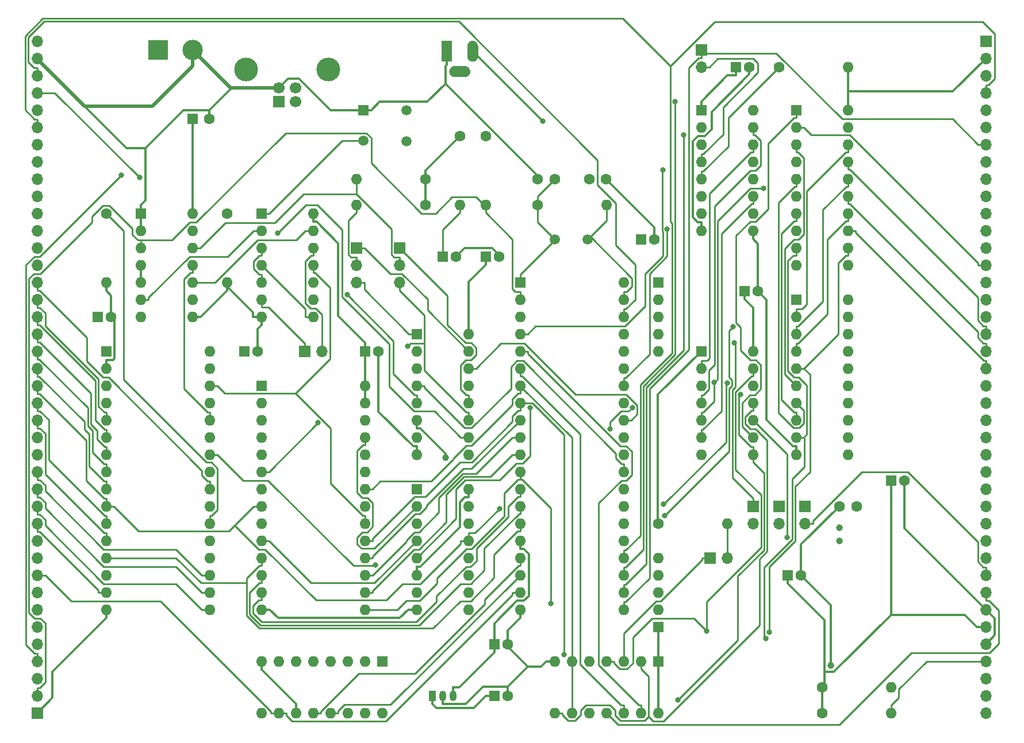
<source format=gbr>
G04 #@! TF.GenerationSoftware,KiCad,Pcbnew,(5.1.5-0-10_14)*
G04 #@! TF.CreationDate,2021-03-05T21:15:02+01:00*
G04 #@! TF.ProjectId,RCA2020-Mk1,52434132-3032-4302-9d4d-6b312e6b6963,4*
G04 #@! TF.SameCoordinates,Original*
G04 #@! TF.FileFunction,Copper,L2,Bot*
G04 #@! TF.FilePolarity,Positive*
%FSLAX46Y46*%
G04 Gerber Fmt 4.6, Leading zero omitted, Abs format (unit mm)*
G04 Created by KiCad (PCBNEW (5.1.5-0-10_14)) date 2021-03-05 21:15:02*
%MOMM*%
%LPD*%
G04 APERTURE LIST*
%ADD10O,1.600000X1.600000*%
%ADD11R,1.600000X1.600000*%
%ADD12R,1.498600X1.498600*%
%ADD13C,1.498600*%
%ADD14O,1.050000X1.500000*%
%ADD15R,1.050000X1.500000*%
%ADD16C,0.100000*%
%ADD17R,1.600000X3.100000*%
%ADD18C,1.600000*%
%ADD19C,3.000000*%
%ADD20R,3.000000X3.000000*%
%ADD21C,3.500000*%
%ADD22C,1.700000*%
%ADD23R,1.700000X1.700000*%
%ADD24O,1.700000X1.700000*%
%ADD25C,1.500000*%
%ADD26C,1.000000*%
%ADD27C,0.800000*%
%ADD28C,0.300000*%
%ADD29C,0.500000*%
%ADD30C,0.250000*%
G04 APERTURE END LIST*
D10*
X171450000Y-45720000D03*
X163830000Y-63500000D03*
X171450000Y-48260000D03*
X163830000Y-60960000D03*
X171450000Y-50800000D03*
X163830000Y-58420000D03*
X171450000Y-53340000D03*
X163830000Y-55880000D03*
X171450000Y-55880000D03*
X163830000Y-53340000D03*
X171450000Y-58420000D03*
X163830000Y-50800000D03*
X171450000Y-60960000D03*
X163830000Y-48260000D03*
X171450000Y-63500000D03*
D11*
X163830000Y-45720000D03*
D12*
X114046000Y-45720000D03*
D13*
X114046000Y-50220001D03*
X120396000Y-50292000D03*
X120396000Y-45720000D03*
D14*
X125730000Y-132080000D03*
X127254000Y-132080000D03*
D15*
X124206000Y-132080000D03*
G04 #@! TA.AperFunction,ViaPad*
D16*
G36*
X129098414Y-39243851D02*
G01*
X129176072Y-39255371D01*
X129252228Y-39274447D01*
X129326147Y-39300895D01*
X129397117Y-39334462D01*
X129464456Y-39374823D01*
X129527515Y-39421591D01*
X129585685Y-39474314D01*
X129638408Y-39532484D01*
X129685176Y-39595543D01*
X129725537Y-39662882D01*
X129759104Y-39733852D01*
X129785552Y-39807771D01*
X129804628Y-39883927D01*
X129816148Y-39961585D01*
X129820000Y-40039999D01*
X129820000Y-40040001D01*
X129816148Y-40118415D01*
X129804628Y-40196073D01*
X129785552Y-40272229D01*
X129759104Y-40346148D01*
X129725537Y-40417118D01*
X129685176Y-40484457D01*
X129638408Y-40547516D01*
X129585685Y-40605686D01*
X129527515Y-40658409D01*
X129464456Y-40705177D01*
X129397117Y-40745538D01*
X129326147Y-40779105D01*
X129252228Y-40805553D01*
X129176072Y-40824629D01*
X129098414Y-40836149D01*
X129020000Y-40840001D01*
X127520000Y-40840001D01*
X127441586Y-40836149D01*
X127363928Y-40824629D01*
X127287772Y-40805553D01*
X127213853Y-40779105D01*
X127142883Y-40745538D01*
X127075544Y-40705177D01*
X127012485Y-40658409D01*
X126954315Y-40605686D01*
X126901592Y-40547516D01*
X126854824Y-40484457D01*
X126814463Y-40417118D01*
X126780896Y-40346148D01*
X126754448Y-40272229D01*
X126735372Y-40196073D01*
X126723852Y-40118415D01*
X126720000Y-40040001D01*
X126720000Y-40039999D01*
X126723852Y-39961585D01*
X126735372Y-39883927D01*
X126754448Y-39807771D01*
X126780896Y-39733852D01*
X126814463Y-39662882D01*
X126854824Y-39595543D01*
X126901592Y-39532484D01*
X126954315Y-39474314D01*
X127012485Y-39421591D01*
X127075544Y-39374823D01*
X127142883Y-39334462D01*
X127213853Y-39300895D01*
X127287772Y-39274447D01*
X127363928Y-39255371D01*
X127441586Y-39243851D01*
X127520000Y-39239999D01*
X129020000Y-39239999D01*
X129098414Y-39243851D01*
G37*
G04 #@! TD.AperFunction*
G04 #@! TA.AperFunction,ViaPad*
G36*
X130248415Y-35493852D02*
G01*
X130326073Y-35505372D01*
X130402229Y-35524448D01*
X130476148Y-35550896D01*
X130547118Y-35584463D01*
X130614457Y-35624824D01*
X130677516Y-35671592D01*
X130735686Y-35724315D01*
X130788409Y-35782485D01*
X130835177Y-35845544D01*
X130875538Y-35912883D01*
X130909105Y-35983853D01*
X130935553Y-36057772D01*
X130954629Y-36133928D01*
X130966149Y-36211586D01*
X130970001Y-36290000D01*
X130970001Y-37790000D01*
X130966149Y-37868414D01*
X130954629Y-37946072D01*
X130935553Y-38022228D01*
X130909105Y-38096147D01*
X130875538Y-38167117D01*
X130835177Y-38234456D01*
X130788409Y-38297515D01*
X130735686Y-38355685D01*
X130677516Y-38408408D01*
X130614457Y-38455176D01*
X130547118Y-38495537D01*
X130476148Y-38529104D01*
X130402229Y-38555552D01*
X130326073Y-38574628D01*
X130248415Y-38586148D01*
X130170001Y-38590000D01*
X130169999Y-38590000D01*
X130091585Y-38586148D01*
X130013927Y-38574628D01*
X129937771Y-38555552D01*
X129863852Y-38529104D01*
X129792882Y-38495537D01*
X129725543Y-38455176D01*
X129662484Y-38408408D01*
X129604314Y-38355685D01*
X129551591Y-38297515D01*
X129504823Y-38234456D01*
X129464462Y-38167117D01*
X129430895Y-38096147D01*
X129404447Y-38022228D01*
X129385371Y-37946072D01*
X129373851Y-37868414D01*
X129369999Y-37790000D01*
X129369999Y-36290000D01*
X129373851Y-36211586D01*
X129385371Y-36133928D01*
X129404447Y-36057772D01*
X129430895Y-35983853D01*
X129464462Y-35912883D01*
X129504823Y-35845544D01*
X129551591Y-35782485D01*
X129604314Y-35724315D01*
X129662484Y-35671592D01*
X129725543Y-35624824D01*
X129792882Y-35584463D01*
X129863852Y-35550896D01*
X129937771Y-35524448D01*
X130013927Y-35505372D01*
X130091585Y-35493852D01*
X130169999Y-35490000D01*
X130170001Y-35490000D01*
X130248415Y-35493852D01*
G37*
G04 #@! TD.AperFunction*
D17*
X126370000Y-37040000D03*
D10*
X88900000Y-60960000D03*
X81280000Y-76200000D03*
X88900000Y-63500000D03*
X81280000Y-73660000D03*
X88900000Y-66040000D03*
X81280000Y-71120000D03*
X88900000Y-68580000D03*
X81280000Y-68580000D03*
X88900000Y-71120000D03*
X81280000Y-66040000D03*
X88900000Y-73660000D03*
X81280000Y-63500000D03*
X88900000Y-76200000D03*
D11*
X81280000Y-60960000D03*
D10*
X93980000Y-71120000D03*
D18*
X93980000Y-60960000D03*
D19*
X88900000Y-36830000D03*
D20*
X83820000Y-36830000D03*
D21*
X108870000Y-39740000D03*
X96830000Y-39740000D03*
D22*
X101600000Y-42450000D03*
X104100000Y-42450000D03*
X104100000Y-44450000D03*
D23*
X101600000Y-44450000D03*
D11*
X88900000Y-46990000D03*
D18*
X91400000Y-46990000D03*
X142240000Y-55880000D03*
X139740000Y-55880000D03*
X149820000Y-55880000D03*
X147320000Y-55880000D03*
D11*
X125730000Y-67310000D03*
D18*
X127730000Y-67310000D03*
X170910000Y-39370000D03*
D11*
X168910000Y-39370000D03*
X114300000Y-81280000D03*
D18*
X116300000Y-81280000D03*
X156940000Y-64770000D03*
D11*
X154940000Y-64770000D03*
D18*
X135350000Y-132080000D03*
D11*
X133350000Y-132080000D03*
D18*
X178530000Y-114300000D03*
D11*
X176530000Y-114300000D03*
D18*
X186690000Y-104140000D03*
X184190000Y-104140000D03*
X135350000Y-124460000D03*
D11*
X133350000Y-124460000D03*
X132080000Y-67310000D03*
D18*
X134080000Y-67310000D03*
X172180000Y-72390000D03*
D11*
X170180000Y-72390000D03*
X96520000Y-81280000D03*
D18*
X98520000Y-81280000D03*
D11*
X74930000Y-76200000D03*
D18*
X76930000Y-76200000D03*
X193770000Y-100330000D03*
D11*
X191770000Y-100330000D03*
D24*
X66040000Y-35560000D03*
X66040000Y-38100000D03*
X66040000Y-40640000D03*
X66040000Y-43180000D03*
X66040000Y-45720000D03*
X66040000Y-48260000D03*
X66040000Y-50800000D03*
X66040000Y-53340000D03*
X66040000Y-55880000D03*
X66040000Y-58420000D03*
X66040000Y-60960000D03*
X66040000Y-63500000D03*
X66040000Y-66040000D03*
X66040000Y-68580000D03*
X66040000Y-71120000D03*
X66040000Y-73660000D03*
X66040000Y-76200000D03*
X66040000Y-78740000D03*
X66040000Y-81280000D03*
X66040000Y-83820000D03*
X66040000Y-86360000D03*
X66040000Y-88900000D03*
X66040000Y-91440000D03*
X66040000Y-93980000D03*
X66040000Y-96520000D03*
X66040000Y-99060000D03*
X66040000Y-101600000D03*
X66040000Y-104140000D03*
X66040000Y-106680000D03*
X66040000Y-109220000D03*
X66040000Y-111760000D03*
X66040000Y-114300000D03*
X66040000Y-116840000D03*
X66040000Y-119380000D03*
X66040000Y-121920000D03*
X66040000Y-124460000D03*
X66040000Y-127000000D03*
X66040000Y-129540000D03*
X66040000Y-132080000D03*
D23*
X66040000Y-134620000D03*
X205740000Y-35560000D03*
D24*
X205740000Y-38100000D03*
X205740000Y-40640000D03*
X205740000Y-43180000D03*
X205740000Y-45720000D03*
X205740000Y-48260000D03*
X205740000Y-50800000D03*
X205740000Y-53340000D03*
X205740000Y-55880000D03*
X205740000Y-58420000D03*
X205740000Y-60960000D03*
X205740000Y-63500000D03*
X205740000Y-66040000D03*
X205740000Y-68580000D03*
X205740000Y-71120000D03*
X205740000Y-73660000D03*
X205740000Y-76200000D03*
X205740000Y-78740000D03*
X205740000Y-81280000D03*
X205740000Y-83820000D03*
X205740000Y-86360000D03*
X205740000Y-88900000D03*
X205740000Y-91440000D03*
X205740000Y-93980000D03*
X205740000Y-96520000D03*
X205740000Y-99060000D03*
X205740000Y-101600000D03*
X205740000Y-104140000D03*
X205740000Y-106680000D03*
X205740000Y-109220000D03*
X205740000Y-111760000D03*
X205740000Y-114300000D03*
X205740000Y-116840000D03*
X205740000Y-119380000D03*
X205740000Y-121920000D03*
X205740000Y-124460000D03*
X205740000Y-127000000D03*
X205740000Y-129540000D03*
X205740000Y-132080000D03*
X205740000Y-134620000D03*
X107950000Y-81280000D03*
D23*
X105410000Y-81280000D03*
X113030000Y-66040000D03*
D24*
X113030000Y-68580000D03*
X113030000Y-71120000D03*
X119380000Y-71120000D03*
X119380000Y-68580000D03*
D23*
X119380000Y-66040000D03*
X163830000Y-36830000D03*
D24*
X163830000Y-39370000D03*
X167640000Y-111760000D03*
D23*
X165100000Y-111760000D03*
D24*
X179070000Y-106680000D03*
D23*
X179070000Y-104140000D03*
D24*
X175260000Y-106680000D03*
D23*
X175260000Y-104140000D03*
X171450000Y-104140000D03*
D24*
X171450000Y-106680000D03*
D18*
X128270000Y-49530000D03*
D10*
X128270000Y-59690000D03*
X149860000Y-59690000D03*
D18*
X139700000Y-59690000D03*
D10*
X132080000Y-59690000D03*
D18*
X132080000Y-49530000D03*
D10*
X76200000Y-71120000D03*
D18*
X76200000Y-60960000D03*
X123190000Y-55880000D03*
D10*
X113030000Y-55880000D03*
X113030000Y-59690000D03*
D18*
X123190000Y-59690000D03*
X175260000Y-39370000D03*
D10*
X185420000Y-39370000D03*
D18*
X157480000Y-106680000D03*
D10*
X167640000Y-106680000D03*
D18*
X181610000Y-134620000D03*
D10*
X191770000Y-134620000D03*
X191770000Y-130810000D03*
D18*
X181610000Y-130810000D03*
D10*
X157480000Y-81280000D03*
X157480000Y-78740000D03*
X157480000Y-76200000D03*
X157480000Y-73660000D03*
D11*
X157480000Y-71120000D03*
X157480000Y-121920000D03*
D10*
X157480000Y-119380000D03*
X157480000Y-116840000D03*
X157480000Y-114300000D03*
X157480000Y-111760000D03*
D11*
X137160000Y-71120000D03*
D10*
X152400000Y-119380000D03*
X137160000Y-73660000D03*
X152400000Y-116840000D03*
X137160000Y-76200000D03*
X152400000Y-114300000D03*
X137160000Y-78740000D03*
X152400000Y-111760000D03*
X137160000Y-81280000D03*
X152400000Y-109220000D03*
X137160000Y-83820000D03*
X152400000Y-106680000D03*
X137160000Y-86360000D03*
X152400000Y-104140000D03*
X137160000Y-88900000D03*
X152400000Y-101600000D03*
X137160000Y-91440000D03*
X152400000Y-99060000D03*
X137160000Y-93980000D03*
X152400000Y-96520000D03*
X137160000Y-96520000D03*
X152400000Y-93980000D03*
X137160000Y-99060000D03*
X152400000Y-91440000D03*
X137160000Y-101600000D03*
X152400000Y-88900000D03*
X137160000Y-104140000D03*
X152400000Y-86360000D03*
X137160000Y-106680000D03*
X152400000Y-83820000D03*
X137160000Y-109220000D03*
X152400000Y-81280000D03*
X137160000Y-111760000D03*
X152400000Y-78740000D03*
X137160000Y-114300000D03*
X152400000Y-76200000D03*
X137160000Y-116840000D03*
X152400000Y-73660000D03*
X137160000Y-119380000D03*
X152400000Y-71120000D03*
X106680000Y-60960000D03*
X99060000Y-76200000D03*
X106680000Y-63500000D03*
X99060000Y-73660000D03*
X106680000Y-66040000D03*
X99060000Y-71120000D03*
X106680000Y-68580000D03*
X99060000Y-68580000D03*
X106680000Y-71120000D03*
X99060000Y-66040000D03*
X106680000Y-73660000D03*
X99060000Y-63500000D03*
X106680000Y-76200000D03*
D11*
X99060000Y-60960000D03*
X76200000Y-81280000D03*
D10*
X91440000Y-119380000D03*
X76200000Y-83820000D03*
X91440000Y-116840000D03*
X76200000Y-86360000D03*
X91440000Y-114300000D03*
X76200000Y-88900000D03*
X91440000Y-111760000D03*
X76200000Y-91440000D03*
X91440000Y-109220000D03*
X76200000Y-93980000D03*
X91440000Y-106680000D03*
X76200000Y-96520000D03*
X91440000Y-104140000D03*
X76200000Y-99060000D03*
X91440000Y-101600000D03*
X76200000Y-101600000D03*
X91440000Y-99060000D03*
X76200000Y-104140000D03*
X91440000Y-96520000D03*
X76200000Y-106680000D03*
X91440000Y-93980000D03*
X76200000Y-109220000D03*
X91440000Y-91440000D03*
X76200000Y-111760000D03*
X91440000Y-88900000D03*
X76200000Y-114300000D03*
X91440000Y-86360000D03*
X76200000Y-116840000D03*
X91440000Y-83820000D03*
X76200000Y-119380000D03*
X91440000Y-81280000D03*
D11*
X99060000Y-86360000D03*
D10*
X114300000Y-119380000D03*
X99060000Y-88900000D03*
X114300000Y-116840000D03*
X99060000Y-91440000D03*
X114300000Y-114300000D03*
X99060000Y-93980000D03*
X114300000Y-111760000D03*
X99060000Y-96520000D03*
X114300000Y-109220000D03*
X99060000Y-99060000D03*
X114300000Y-106680000D03*
X99060000Y-101600000D03*
X114300000Y-104140000D03*
X99060000Y-104140000D03*
X114300000Y-101600000D03*
X99060000Y-106680000D03*
X114300000Y-99060000D03*
X99060000Y-109220000D03*
X114300000Y-96520000D03*
X99060000Y-111760000D03*
X114300000Y-93980000D03*
X99060000Y-114300000D03*
X114300000Y-91440000D03*
X99060000Y-116840000D03*
X114300000Y-88900000D03*
X99060000Y-119380000D03*
X114300000Y-86360000D03*
X129540000Y-78740000D03*
X121920000Y-96520000D03*
X129540000Y-81280000D03*
X121920000Y-93980000D03*
X129540000Y-83820000D03*
X121920000Y-91440000D03*
X129540000Y-86360000D03*
X121920000Y-88900000D03*
X129540000Y-88900000D03*
X121920000Y-86360000D03*
X129540000Y-91440000D03*
X121920000Y-83820000D03*
X129540000Y-93980000D03*
X121920000Y-81280000D03*
X129540000Y-96520000D03*
D11*
X121920000Y-78740000D03*
X121920000Y-101600000D03*
D10*
X129540000Y-119380000D03*
X121920000Y-104140000D03*
X129540000Y-116840000D03*
X121920000Y-106680000D03*
X129540000Y-114300000D03*
X121920000Y-109220000D03*
X129540000Y-111760000D03*
X121920000Y-111760000D03*
X129540000Y-109220000D03*
X121920000Y-114300000D03*
X129540000Y-106680000D03*
X121920000Y-116840000D03*
X129540000Y-104140000D03*
X121920000Y-119380000D03*
X129540000Y-101600000D03*
X116840000Y-134620000D03*
X99060000Y-127000000D03*
X114300000Y-134620000D03*
X101600000Y-127000000D03*
X111760000Y-134620000D03*
X104140000Y-127000000D03*
X109220000Y-134620000D03*
X106680000Y-127000000D03*
X106680000Y-134620000D03*
X109220000Y-127000000D03*
X104140000Y-134620000D03*
X111760000Y-127000000D03*
X101600000Y-134620000D03*
X114300000Y-127000000D03*
X99060000Y-134620000D03*
D11*
X116840000Y-127000000D03*
X163830000Y-81280000D03*
D10*
X171450000Y-96520000D03*
X163830000Y-83820000D03*
X171450000Y-93980000D03*
X163830000Y-86360000D03*
X171450000Y-91440000D03*
X163830000Y-88900000D03*
X171450000Y-88900000D03*
X163830000Y-91440000D03*
X171450000Y-86360000D03*
X163830000Y-93980000D03*
X171450000Y-83820000D03*
X163830000Y-96520000D03*
X171450000Y-81280000D03*
X185420000Y-45720000D03*
X177800000Y-68580000D03*
X185420000Y-48260000D03*
X177800000Y-66040000D03*
X185420000Y-50800000D03*
X177800000Y-63500000D03*
X185420000Y-53340000D03*
X177800000Y-60960000D03*
X185420000Y-55880000D03*
X177800000Y-58420000D03*
X185420000Y-58420000D03*
X177800000Y-55880000D03*
X185420000Y-60960000D03*
X177800000Y-53340000D03*
X185420000Y-63500000D03*
X177800000Y-50800000D03*
X185420000Y-66040000D03*
X177800000Y-48260000D03*
X185420000Y-68580000D03*
D11*
X177800000Y-45720000D03*
X177800000Y-73660000D03*
D10*
X185420000Y-96520000D03*
X177800000Y-76200000D03*
X185420000Y-93980000D03*
X177800000Y-78740000D03*
X185420000Y-91440000D03*
X177800000Y-81280000D03*
X185420000Y-88900000D03*
X177800000Y-83820000D03*
X185420000Y-86360000D03*
X177800000Y-86360000D03*
X185420000Y-83820000D03*
X177800000Y-88900000D03*
X185420000Y-81280000D03*
X177800000Y-91440000D03*
X185420000Y-78740000D03*
X177800000Y-93980000D03*
X185420000Y-76200000D03*
X177800000Y-96520000D03*
X185420000Y-73660000D03*
X157480000Y-134620000D03*
X142240000Y-127000000D03*
X154940000Y-134620000D03*
X144780000Y-127000000D03*
X152400000Y-134620000D03*
X147320000Y-127000000D03*
X149860000Y-134620000D03*
X149860000Y-127000000D03*
X147320000Y-134620000D03*
X152400000Y-127000000D03*
X144780000Y-134620000D03*
X154940000Y-127000000D03*
X142240000Y-134620000D03*
D11*
X157480000Y-127000000D03*
D25*
X142240000Y-64770000D03*
X147120000Y-64770000D03*
D26*
X184150000Y-109220000D03*
X184150000Y-107320000D03*
X126203900Y-97013600D03*
X182925700Y-127635000D03*
D27*
X78398800Y-55354500D03*
X81102000Y-55638600D03*
X168669500Y-80054700D03*
X158815000Y-63259300D03*
X138600000Y-89639100D03*
X111710500Y-72946800D03*
X172967600Y-57244700D03*
X165760800Y-85884300D03*
X107408600Y-91837700D03*
X134102300Y-104496500D03*
X159992900Y-44468000D03*
X161227200Y-49433400D03*
X158474300Y-105508300D03*
X168493400Y-77681000D03*
X158264000Y-103875400D03*
X167645300Y-86010200D03*
X141686700Y-118499200D03*
X173850200Y-122691500D03*
X153685200Y-89607300D03*
X150430200Y-92742100D03*
X143658400Y-126055900D03*
X173340400Y-123651100D03*
X158186400Y-54569900D03*
X120615100Y-80540300D03*
X140502000Y-47372000D03*
X115816400Y-112835400D03*
X101462600Y-63862200D03*
X169609400Y-87677100D03*
X160406700Y-132715100D03*
X176443300Y-108738200D03*
X164654300Y-122555000D03*
D28*
X121920000Y-92690300D02*
X122477400Y-92690300D01*
X122477400Y-92690300D02*
X126203900Y-96416800D01*
X126203900Y-96416800D02*
X126203900Y-97013600D01*
X121920000Y-114300000D02*
X121920000Y-113049700D01*
X129540000Y-101600000D02*
X129540000Y-102850300D01*
X129540000Y-102850300D02*
X128992900Y-102850300D01*
X128992900Y-102850300D02*
X128289700Y-103553500D01*
X128289700Y-103553500D02*
X128289700Y-107198100D01*
X128289700Y-107198100D02*
X122438100Y-113049700D01*
X122438100Y-113049700D02*
X121920000Y-113049700D01*
X163830000Y-81280000D02*
X157409600Y-87700400D01*
X157409600Y-87700400D02*
X157409600Y-106609600D01*
X157409600Y-106609600D02*
X157480000Y-106680000D01*
X121920000Y-91440000D02*
X121920000Y-92690300D01*
X137160000Y-109220000D02*
X137160000Y-110470300D01*
X137160000Y-110470300D02*
X137707000Y-110470300D01*
X137707000Y-110470300D02*
X138432800Y-111196100D01*
X138432800Y-111196100D02*
X138432800Y-117340600D01*
X138432800Y-117340600D02*
X137683000Y-118090400D01*
X137683000Y-118090400D02*
X136681200Y-118090400D01*
X136681200Y-118090400D02*
X133350000Y-121421600D01*
X133350000Y-121421600D02*
X133350000Y-124460000D01*
X170180000Y-72390000D02*
X170180000Y-73640300D01*
X171450000Y-81280000D02*
X171450000Y-74910300D01*
X171450000Y-74910300D02*
X170180000Y-73640300D01*
X157480000Y-127000000D02*
X157480000Y-134620000D01*
X157480000Y-121920000D02*
X157480000Y-127000000D01*
X106680000Y-62210300D02*
X107198100Y-62210300D01*
X107198100Y-62210300D02*
X110355900Y-65368100D01*
X110355900Y-65368100D02*
X110355900Y-76085600D01*
X110355900Y-76085600D02*
X114300000Y-80029700D01*
X132080000Y-67310000D02*
X132080000Y-68560300D01*
X132080000Y-68560300D02*
X129540000Y-71100300D01*
X129540000Y-71100300D02*
X129540000Y-78740000D01*
X168910000Y-39370000D02*
X168910000Y-40620300D01*
X163830000Y-45720000D02*
X163830000Y-44469700D01*
X163830000Y-44469700D02*
X167679400Y-40620300D01*
X167679400Y-40620300D02*
X168910000Y-40620300D01*
X114300000Y-81280000D02*
X114300000Y-80029700D01*
X114300000Y-86360000D02*
X114300000Y-81280000D01*
X106680000Y-60960000D02*
X106680000Y-62210300D01*
X123190000Y-59690000D02*
X123190000Y-55880000D01*
X114300000Y-86360000D02*
X114300000Y-88900000D01*
X88900000Y-46990000D02*
X88900000Y-60960000D01*
X123190000Y-55880000D02*
X123190000Y-54610000D01*
X123190000Y-54610000D02*
X128270000Y-49530000D01*
X127254000Y-132080000D02*
X127254000Y-130879700D01*
X133350000Y-124460000D02*
X133350000Y-125710300D01*
X133350000Y-125710300D02*
X128180600Y-130879700D01*
X128180600Y-130879700D02*
X127254000Y-130879700D01*
X205740000Y-119380000D02*
X193770000Y-107410000D01*
X193770000Y-107410000D02*
X193770000Y-100330000D01*
X135350000Y-130770800D02*
X135350000Y-132080000D01*
X138326300Y-127773400D02*
X135350000Y-130749700D01*
X135350000Y-130749700D02*
X135350000Y-130770800D01*
X135350000Y-130770800D02*
X131664100Y-130770800D01*
X131664100Y-130770800D02*
X129154600Y-133280300D01*
X129154600Y-133280300D02*
X125730000Y-133280300D01*
X125730000Y-132080000D02*
X125730000Y-133280300D01*
X135350000Y-124460000D02*
X135350000Y-124797100D01*
X135350000Y-124797100D02*
X138326300Y-127773400D01*
X138326300Y-127773400D02*
X140216300Y-127773400D01*
X140216300Y-127773400D02*
X140989700Y-127000000D01*
X81952300Y-51323200D02*
X79154800Y-51323200D01*
X66040000Y-38208400D02*
X66040000Y-38100000D01*
X81280000Y-59709700D02*
X81952300Y-59037400D01*
X81952300Y-59037400D02*
X81952300Y-51323200D01*
X91400000Y-45738700D02*
X87536800Y-45738700D01*
X87536800Y-45738700D02*
X81952300Y-51323200D01*
X178530000Y-114300000D02*
X182925700Y-118695700D01*
X182925700Y-118695700D02*
X182925700Y-127635000D01*
X178530000Y-114300000D02*
X178530000Y-109800000D01*
X178530000Y-109800000D02*
X184190000Y-104140000D01*
X137160000Y-120630300D02*
X135350000Y-122440300D01*
X135350000Y-122440300D02*
X135350000Y-124460000D01*
X142240000Y-127000000D02*
X140989700Y-127000000D01*
X99060000Y-119380000D02*
X100310300Y-119380000D01*
X121920000Y-119380000D02*
X120669700Y-119380000D01*
X120669700Y-119380000D02*
X119419300Y-120630400D01*
X119419300Y-120630400D02*
X101560700Y-120630400D01*
X101560700Y-120630400D02*
X100310300Y-119380000D01*
X171450000Y-63500000D02*
X171450000Y-64750300D01*
X171450000Y-64750300D02*
X172180000Y-65480300D01*
X172180000Y-65480300D02*
X172180000Y-72390000D01*
X172180000Y-72390000D02*
X173439900Y-73649900D01*
X173439900Y-73649900D02*
X173439900Y-91427700D01*
X173439900Y-91427700D02*
X177281900Y-95269700D01*
X177281900Y-95269700D02*
X177800000Y-95269700D01*
X99060000Y-77450300D02*
X98520000Y-77990300D01*
X98520000Y-77990300D02*
X98520000Y-81280000D01*
X114046000Y-45720000D02*
X115245600Y-45720000D01*
X126188400Y-41818000D02*
X126188400Y-39221900D01*
X126188400Y-39221900D02*
X126370000Y-39040300D01*
X139740000Y-55880000D02*
X139740000Y-55369600D01*
X139740000Y-55369600D02*
X126188400Y-41818000D01*
X115245600Y-45720000D02*
X116445200Y-44520400D01*
X116445200Y-44520400D02*
X123486000Y-44520400D01*
X123486000Y-44520400D02*
X126188400Y-41818000D01*
X101600000Y-42450000D02*
X102944600Y-41105400D01*
X102944600Y-41105400D02*
X104609800Y-41105400D01*
X104609800Y-41105400D02*
X109224400Y-45720000D01*
X109224400Y-45720000D02*
X114046000Y-45720000D01*
X126370000Y-37040000D02*
X126370000Y-39040300D01*
X99060000Y-127000000D02*
X99060000Y-128250300D01*
X99060000Y-128250300D02*
X104140000Y-133330300D01*
X104140000Y-133330300D02*
X104140000Y-134620000D01*
X99060000Y-76200000D02*
X97809700Y-76200000D01*
X93980000Y-71745100D02*
X97809700Y-75574800D01*
X97809700Y-75574800D02*
X97809700Y-76200000D01*
X93980000Y-71745100D02*
X93980000Y-72370300D01*
X93980000Y-71120000D02*
X93980000Y-71745100D01*
X88900000Y-76200000D02*
X90150300Y-76200000D01*
X90150300Y-76200000D02*
X93980000Y-72370300D01*
X99060000Y-76200000D02*
X99060000Y-77450300D01*
X134080000Y-67310000D02*
X134080000Y-67066400D01*
X134080000Y-67066400D02*
X133073200Y-66059600D01*
X133073200Y-66059600D02*
X128980400Y-66059600D01*
X128980400Y-66059600D02*
X127730000Y-67310000D01*
X91400000Y-45738700D02*
X91400000Y-46990000D01*
X94600000Y-42530000D02*
X91400000Y-45730000D01*
X91400000Y-45730000D02*
X91400000Y-45738700D01*
X81280000Y-60960000D02*
X81280000Y-59709700D01*
X156940000Y-64770000D02*
X156940000Y-63000000D01*
X156940000Y-63000000D02*
X149820000Y-55880000D01*
X81280000Y-60960000D02*
X81280000Y-63500000D01*
D29*
X101600000Y-42450000D02*
X94680000Y-42450000D01*
D28*
X94680000Y-42450000D02*
X94600000Y-42530000D01*
D29*
X94600000Y-42530000D02*
X88900000Y-36830000D01*
D28*
X76200000Y-71120000D02*
X76200000Y-72370300D01*
X76200000Y-72370300D02*
X76930000Y-73100300D01*
X76930000Y-73100300D02*
X76930000Y-76200000D01*
X163830000Y-63500000D02*
X163830000Y-62249700D01*
X163830000Y-62249700D02*
X163283000Y-62249700D01*
X163283000Y-62249700D02*
X162574600Y-61541300D01*
X162574600Y-61541300D02*
X162574600Y-50283400D01*
X162574600Y-50283400D02*
X163328000Y-49530000D01*
X163328000Y-49530000D02*
X164348800Y-49530000D01*
X164348800Y-49530000D02*
X165360700Y-48518100D01*
X165360700Y-48518100D02*
X165360700Y-46007200D01*
X165360700Y-46007200D02*
X170910000Y-40457900D01*
X170910000Y-40457900D02*
X170910000Y-39370000D01*
X185420000Y-42998100D02*
X185420000Y-39370000D01*
X185420000Y-45720000D02*
X185420000Y-42998100D01*
X185420000Y-42998100D02*
X200872500Y-42998100D01*
X200872500Y-42998100D02*
X205740000Y-38130600D01*
X205740000Y-38130600D02*
X205740000Y-38100000D01*
X137160000Y-119380000D02*
X137160000Y-120630300D01*
X66040000Y-134620000D02*
X68264900Y-132395100D01*
X68264900Y-132395100D02*
X68264900Y-128565400D01*
X68264900Y-128565400D02*
X76200000Y-120630300D01*
X177800000Y-96520000D02*
X177800000Y-95269700D01*
X81280000Y-68580000D02*
X81280000Y-71120000D01*
X121920000Y-96520000D02*
X121920000Y-95269700D01*
X116300000Y-81280000D02*
X116300000Y-90167800D01*
X116300000Y-90167800D02*
X121401900Y-95269700D01*
X121401900Y-95269700D02*
X121920000Y-95269700D01*
X205740000Y-124460000D02*
X207043200Y-123156800D01*
X207043200Y-123156800D02*
X207043200Y-120683200D01*
X207043200Y-120683200D02*
X205740000Y-119380000D01*
X76200000Y-83820000D02*
X76200000Y-82569700D01*
X76200000Y-82569700D02*
X77215900Y-82569700D01*
X77215900Y-82569700D02*
X77450400Y-82335200D01*
X77450400Y-82335200D02*
X77450400Y-76720400D01*
X77450400Y-76720400D02*
X76930000Y-76200000D01*
X76200000Y-119380000D02*
X76200000Y-120630300D01*
D29*
X72970800Y-45139200D02*
X82985200Y-45139200D01*
D28*
X79154800Y-51323200D02*
X72970800Y-45139200D01*
D29*
X72970800Y-45139200D02*
X66040000Y-38208400D01*
X88900000Y-39224400D02*
X88900000Y-36830000D01*
X82985200Y-45139200D02*
X88900000Y-39224400D01*
D30*
X66040000Y-127000000D02*
X66040000Y-125824700D01*
X66040000Y-125824700D02*
X65672700Y-125824700D01*
X65672700Y-125824700D02*
X64389000Y-124541000D01*
X64389000Y-124541000D02*
X64389000Y-68548300D01*
X64389000Y-68548300D02*
X65627300Y-67310000D01*
X65627300Y-67310000D02*
X66443300Y-67310000D01*
X66443300Y-67310000D02*
X78398800Y-55354500D01*
X147487500Y-64402500D02*
X149860000Y-62030000D01*
X149860000Y-62030000D02*
X149860000Y-59690000D01*
X147120000Y-64770000D02*
X147487500Y-64402500D01*
X152400000Y-72534700D02*
X152822000Y-72534700D01*
X152822000Y-72534700D02*
X153632400Y-71724300D01*
X153632400Y-71724300D02*
X153632400Y-70547400D01*
X153632400Y-70547400D02*
X147487500Y-64402500D01*
X152400000Y-73660000D02*
X152400000Y-72534700D01*
X128270000Y-59690000D02*
X128270000Y-60815300D01*
X128270000Y-60815300D02*
X125730000Y-63355300D01*
X125730000Y-63355300D02*
X125730000Y-67310000D01*
X100185300Y-60960000D02*
X110925300Y-50220000D01*
X110925300Y-50220000D02*
X114046000Y-50220000D01*
X99060000Y-60960000D02*
X100185300Y-60960000D01*
D28*
X191770000Y-120150400D02*
X183335000Y-128585400D01*
X183335000Y-128585400D02*
X181942800Y-128585400D01*
X191770000Y-100330000D02*
X191770000Y-120150400D01*
X191770000Y-120150400D02*
X202670100Y-120150400D01*
X202670100Y-120150400D02*
X204439700Y-121920000D01*
X205740000Y-121920000D02*
X204439700Y-121920000D01*
X181942800Y-128585400D02*
X181942800Y-120963100D01*
X181942800Y-120963100D02*
X176530000Y-115550300D01*
X181610000Y-130810000D02*
X181942800Y-130477200D01*
X181942800Y-130477200D02*
X181942800Y-128585400D01*
X176530000Y-114300000D02*
X176530000Y-115550300D01*
X181610000Y-134620000D02*
X181610000Y-130810000D01*
X133350000Y-132080000D02*
X132099700Y-132080000D01*
X124206000Y-132080000D02*
X124206000Y-133280300D01*
X124206000Y-133280300D02*
X124811100Y-133885400D01*
X124811100Y-133885400D02*
X130294300Y-133885400D01*
X130294300Y-133885400D02*
X132099700Y-132080000D01*
D30*
X129540000Y-83820000D02*
X130665300Y-83820000D01*
X152400000Y-91440000D02*
X153525300Y-91440000D01*
X153525300Y-91440000D02*
X154410500Y-90554800D01*
X154410500Y-90554800D02*
X154410500Y-89301600D01*
X154410500Y-89301600D02*
X152735600Y-87626700D01*
X152735600Y-87626700D02*
X145279100Y-87626700D01*
X145279100Y-87626700D02*
X137806100Y-80153700D01*
X137806100Y-80153700D02*
X134331600Y-80153700D01*
X134331600Y-80153700D02*
X130665300Y-83820000D01*
X66040000Y-73660000D02*
X66040000Y-74835300D01*
X76200000Y-91440000D02*
X76200000Y-90314700D01*
X76200000Y-90314700D02*
X75938900Y-90314700D01*
X75938900Y-90314700D02*
X75074700Y-89450500D01*
X75074700Y-89450500D02*
X75074700Y-85405800D01*
X75074700Y-85405800D02*
X67215300Y-77546400D01*
X67215300Y-77546400D02*
X67215300Y-75643200D01*
X67215300Y-75643200D02*
X66407400Y-74835300D01*
X66407400Y-74835300D02*
X66040000Y-74835300D01*
X66040000Y-76200000D02*
X66040000Y-77375300D01*
X76200000Y-93980000D02*
X76200000Y-92854700D01*
X76200000Y-92854700D02*
X75981300Y-92854700D01*
X75981300Y-92854700D02*
X74624300Y-91497700D01*
X74624300Y-91497700D02*
X74624300Y-85627200D01*
X74624300Y-85627200D02*
X66372400Y-77375300D01*
X66372400Y-77375300D02*
X66040000Y-77375300D01*
X91440000Y-106680000D02*
X91440000Y-105554700D01*
X91440000Y-105554700D02*
X91721300Y-105554700D01*
X91721300Y-105554700D02*
X92584200Y-104691800D01*
X92584200Y-104691800D02*
X92584200Y-98577800D01*
X92584200Y-98577800D02*
X91693400Y-97687000D01*
X91693400Y-97687000D02*
X90967300Y-97687000D01*
X90967300Y-97687000D02*
X78740000Y-85459700D01*
X78740000Y-85459700D02*
X78740000Y-63500000D01*
X78740000Y-63500000D02*
X76200000Y-60960000D01*
X66040000Y-40640000D02*
X66040000Y-39464700D01*
X152400000Y-76200000D02*
X152400000Y-75074700D01*
X152400000Y-75074700D02*
X152681300Y-75074700D01*
X152681300Y-75074700D02*
X154082800Y-73673200D01*
X154082800Y-73673200D02*
X154082800Y-68521600D01*
X154082800Y-68521600D02*
X151233900Y-65672700D01*
X151233900Y-65672700D02*
X151233900Y-59437400D01*
X151233900Y-59437400D02*
X148577300Y-56780800D01*
X148577300Y-56780800D02*
X148577300Y-53091900D01*
X148577300Y-53091900D02*
X128138300Y-32652900D01*
X128138300Y-32652900D02*
X67057300Y-32652900D01*
X67057300Y-32652900D02*
X64732300Y-34977900D01*
X64732300Y-34977900D02*
X64732300Y-38597700D01*
X64732300Y-38597700D02*
X65599300Y-39464700D01*
X65599300Y-39464700D02*
X66040000Y-39464700D01*
X81102000Y-55638600D02*
X68643400Y-43180000D01*
X68643400Y-43180000D02*
X66040000Y-43180000D01*
X171450000Y-102964700D02*
X168411900Y-99926600D01*
X168411900Y-99926600D02*
X168411900Y-87007700D01*
X168411900Y-87007700D02*
X168820900Y-86598700D01*
X168820900Y-86598700D02*
X168820900Y-80206100D01*
X168820900Y-80206100D02*
X168669500Y-80054700D01*
X171450000Y-104140000D02*
X171450000Y-102964700D01*
X152400000Y-86360000D02*
X152400000Y-85234700D01*
X152400000Y-85234700D02*
X152681300Y-85234700D01*
X152681300Y-85234700D02*
X156212500Y-81703500D01*
X156212500Y-81703500D02*
X156212500Y-69894600D01*
X156212500Y-69894600D02*
X158815000Y-67292100D01*
X158815000Y-67292100D02*
X158815000Y-63259300D01*
X121920000Y-111760000D02*
X127695000Y-105985000D01*
X127695000Y-105985000D02*
X127695000Y-101654800D01*
X127695000Y-101654800D02*
X129098700Y-100251100D01*
X129098700Y-100251100D02*
X134168700Y-100251100D01*
X134168700Y-100251100D02*
X136629800Y-97790000D01*
X136629800Y-97790000D02*
X137561100Y-97790000D01*
X137561100Y-97790000D02*
X138600000Y-96751100D01*
X138600000Y-96751100D02*
X138600000Y-89639100D01*
X121920000Y-87774700D02*
X121638700Y-87774700D01*
X121638700Y-87774700D02*
X118517100Y-84653100D01*
X118517100Y-84653100D02*
X118517100Y-79753400D01*
X118517100Y-79753400D02*
X111710500Y-72946800D01*
X121920000Y-88900000D02*
X121920000Y-87774700D01*
X165760800Y-85884300D02*
X166222200Y-85422900D01*
X166222200Y-85422900D02*
X166222200Y-62054200D01*
X166222200Y-62054200D02*
X171031700Y-57244700D01*
X171031700Y-57244700D02*
X172967600Y-57244700D01*
X163830000Y-90314700D02*
X164111300Y-90314700D01*
X164111300Y-90314700D02*
X165760800Y-88665200D01*
X165760800Y-88665200D02*
X165760800Y-85884300D01*
X163830000Y-91440000D02*
X163830000Y-90314700D01*
X66040000Y-79915300D02*
X66407300Y-79915300D01*
X66407300Y-79915300D02*
X73949000Y-87457000D01*
X73949000Y-87457000D02*
X73949000Y-92106100D01*
X73949000Y-92106100D02*
X74849500Y-93006600D01*
X74849500Y-93006600D02*
X74849500Y-94266200D01*
X74849500Y-94266200D02*
X75978000Y-95394700D01*
X75978000Y-95394700D02*
X76200000Y-95394700D01*
X66040000Y-78740000D02*
X66040000Y-79915300D01*
X76200000Y-96520000D02*
X76200000Y-95394700D01*
X99060000Y-99060000D02*
X100185300Y-99060000D01*
X100185300Y-99060000D02*
X107407600Y-91837700D01*
X107407600Y-91837700D02*
X107408600Y-91837700D01*
X152400000Y-97934700D02*
X152118600Y-97934700D01*
X152118600Y-97934700D02*
X151274700Y-97090800D01*
X151274700Y-97090800D02*
X151274700Y-96343100D01*
X151274700Y-96343100D02*
X137585400Y-82653800D01*
X137585400Y-82653800D02*
X136706200Y-82653800D01*
X136706200Y-82653800D02*
X135793200Y-83566800D01*
X135793200Y-83566800D02*
X135793200Y-86802600D01*
X135793200Y-86802600D02*
X130030400Y-92565400D01*
X130030400Y-92565400D02*
X128969400Y-92565400D01*
X128969400Y-92565400D02*
X123045300Y-86641300D01*
X123045300Y-86641300D02*
X123045300Y-86360000D01*
X152400000Y-99060000D02*
X152400000Y-97934700D01*
X121920000Y-86360000D02*
X123045300Y-86360000D01*
X66040000Y-82455300D02*
X66338800Y-82455300D01*
X66338800Y-82455300D02*
X73498700Y-89615200D01*
X73498700Y-89615200D02*
X73498700Y-92292800D01*
X73498700Y-92292800D02*
X74174100Y-92968200D01*
X74174100Y-92968200D02*
X74174100Y-96190200D01*
X74174100Y-96190200D02*
X75918600Y-97934700D01*
X75918600Y-97934700D02*
X76200000Y-97934700D01*
X66040000Y-81280000D02*
X66040000Y-82455300D01*
X76200000Y-99060000D02*
X76200000Y-97934700D01*
X66040000Y-84995300D02*
X66363500Y-84995300D01*
X66363500Y-84995300D02*
X73048400Y-91680200D01*
X73048400Y-91680200D02*
X73048400Y-92789400D01*
X73048400Y-92789400D02*
X73723800Y-93464800D01*
X73723800Y-93464800D02*
X73723800Y-98268400D01*
X73723800Y-98268400D02*
X75930100Y-100474700D01*
X75930100Y-100474700D02*
X76200000Y-100474700D01*
X66040000Y-83820000D02*
X66040000Y-84995300D01*
X76200000Y-101600000D02*
X76200000Y-100474700D01*
X129540000Y-109220000D02*
X129540000Y-108094700D01*
X129540000Y-109220000D02*
X128414700Y-109220000D01*
X129540000Y-108094700D02*
X130504100Y-108094700D01*
X130504100Y-108094700D02*
X134102300Y-104496500D01*
X128414700Y-109220000D02*
X128414700Y-109642000D01*
X128414700Y-109642000D02*
X122416000Y-115640700D01*
X122416000Y-115640700D02*
X119862500Y-115640700D01*
X119862500Y-115640700D02*
X117500200Y-118003000D01*
X117500200Y-118003000D02*
X107103200Y-118003000D01*
X107103200Y-118003000D02*
X99590200Y-110490000D01*
X99590200Y-110490000D02*
X98659000Y-110490000D01*
X98659000Y-110490000D02*
X95121900Y-106952800D01*
X95121900Y-106952800D02*
X94260000Y-107814700D01*
X94260000Y-107814700D02*
X81000000Y-107814700D01*
X81000000Y-107814700D02*
X77325300Y-104140000D01*
X97934700Y-104140000D02*
X95121900Y-106952800D01*
X76200000Y-104140000D02*
X77325300Y-104140000D01*
X99060000Y-104140000D02*
X97934700Y-104140000D01*
X66040000Y-87535300D02*
X66407300Y-87535300D01*
X66407300Y-87535300D02*
X73273500Y-94401500D01*
X73273500Y-94401500D02*
X73273500Y-100360400D01*
X73273500Y-100360400D02*
X75927800Y-103014700D01*
X75927800Y-103014700D02*
X76200000Y-103014700D01*
X66040000Y-86360000D02*
X66040000Y-87535300D01*
X76200000Y-104140000D02*
X76200000Y-103014700D01*
X76200000Y-105554700D02*
X75995500Y-105554700D01*
X75995500Y-105554700D02*
X67738600Y-97297800D01*
X67738600Y-97297800D02*
X67738600Y-91406600D01*
X67738600Y-91406600D02*
X66407300Y-90075300D01*
X66407300Y-90075300D02*
X66040000Y-90075300D01*
X66040000Y-88900000D02*
X66040000Y-90075300D01*
X76200000Y-106680000D02*
X76200000Y-105554700D01*
X121920000Y-109220000D02*
X115703600Y-115436400D01*
X115703600Y-115436400D02*
X106401700Y-115436400D01*
X106401700Y-115436400D02*
X100185300Y-109220000D01*
X76200000Y-109220000D02*
X76200000Y-108094700D01*
X66040000Y-91440000D02*
X66040000Y-92615300D01*
X66040000Y-92615300D02*
X66407400Y-92615300D01*
X66407400Y-92615300D02*
X67215300Y-93423200D01*
X67215300Y-93423200D02*
X67215300Y-99391300D01*
X67215300Y-99391300D02*
X75918700Y-108094700D01*
X75918700Y-108094700D02*
X76200000Y-108094700D01*
X99060000Y-109220000D02*
X100185300Y-109220000D01*
X152400000Y-110634700D02*
X152681300Y-110634700D01*
X152681300Y-110634700D02*
X154860800Y-108455200D01*
X154860800Y-108455200D02*
X154860800Y-86263400D01*
X154860800Y-86263400D02*
X159540300Y-81583900D01*
X159540300Y-81583900D02*
X159540300Y-62473300D01*
X159540300Y-62473300D02*
X159249900Y-62182900D01*
X159249900Y-62182900D02*
X159249900Y-39202700D01*
X159249900Y-39202700D02*
X165764800Y-32687800D01*
X165764800Y-32687800D02*
X205226000Y-32687800D01*
X205226000Y-32687800D02*
X207019300Y-34481100D01*
X207019300Y-34481100D02*
X207019300Y-41092700D01*
X207019300Y-41092700D02*
X206107300Y-42004700D01*
X206107300Y-42004700D02*
X205740000Y-42004700D01*
X159249900Y-39202700D02*
X152249700Y-32202500D01*
X152249700Y-32202500D02*
X66870800Y-32202500D01*
X66870800Y-32202500D02*
X64281900Y-34791400D01*
X64281900Y-34791400D02*
X64281900Y-45693900D01*
X64281900Y-45693900D02*
X65672700Y-47084700D01*
X65672700Y-47084700D02*
X66040000Y-47084700D01*
X66040000Y-48260000D02*
X66040000Y-47084700D01*
X205740000Y-43180000D02*
X205740000Y-42004700D01*
X152400000Y-111760000D02*
X152400000Y-110634700D01*
X152400000Y-113174700D02*
X152681300Y-113174700D01*
X152681300Y-113174700D02*
X155311100Y-110544900D01*
X155311100Y-110544900D02*
X155311100Y-86450000D01*
X155311100Y-86450000D02*
X159992900Y-81768200D01*
X159992900Y-81768200D02*
X159992900Y-44468000D01*
X152400000Y-114300000D02*
X152400000Y-113174700D01*
X152400000Y-115714700D02*
X152681300Y-115714700D01*
X152681300Y-115714700D02*
X155761400Y-112634600D01*
X155761400Y-112634600D02*
X155761400Y-86636600D01*
X155761400Y-86636600D02*
X161227200Y-81170800D01*
X161227200Y-81170800D02*
X161227200Y-49433400D01*
X152400000Y-116840000D02*
X152400000Y-115714700D01*
X152400000Y-118254700D02*
X152681300Y-118254700D01*
X152681300Y-118254700D02*
X156211700Y-114724300D01*
X156211700Y-114724300D02*
X156211700Y-86823200D01*
X156211700Y-86823200D02*
X161987300Y-81047600D01*
X161987300Y-81047600D02*
X161987300Y-39480700D01*
X161987300Y-39480700D02*
X163462700Y-38005300D01*
X163462700Y-38005300D02*
X163830000Y-38005300D01*
X205740000Y-50800000D02*
X204564700Y-50800000D01*
X163830000Y-37374000D02*
X174907900Y-37374000D01*
X174907900Y-37374000D02*
X184594600Y-47060700D01*
X184594600Y-47060700D02*
X200825400Y-47060700D01*
X200825400Y-47060700D02*
X204564700Y-50800000D01*
X163830000Y-37374000D02*
X163830000Y-38005300D01*
X163830000Y-36830000D02*
X163830000Y-37374000D01*
X152400000Y-119380000D02*
X152400000Y-118254700D01*
X67215300Y-114300000D02*
X71050200Y-118134900D01*
X71050200Y-118134900D02*
X84172000Y-118134900D01*
X84172000Y-118134900D02*
X100474700Y-134437600D01*
X100474700Y-134437600D02*
X100474700Y-134620000D01*
X101600000Y-134620000D02*
X102725300Y-134620000D01*
X137160000Y-116840000D02*
X136034700Y-116840000D01*
X136034700Y-116840000D02*
X136034700Y-117191000D01*
X136034700Y-117191000D02*
X117378100Y-135847600D01*
X117378100Y-135847600D02*
X103596800Y-135847600D01*
X103596800Y-135847600D02*
X102725300Y-134976100D01*
X102725300Y-134976100D02*
X102725300Y-134620000D01*
X101600000Y-134620000D02*
X100474700Y-134620000D01*
X66040000Y-114300000D02*
X67215300Y-114300000D01*
X109220000Y-134620000D02*
X110345300Y-134620000D01*
X110345300Y-134620000D02*
X110345300Y-134338700D01*
X110345300Y-134338700D02*
X111289400Y-133394600D01*
X111289400Y-133394600D02*
X118065400Y-133394600D01*
X118065400Y-133394600D02*
X137160000Y-114300000D01*
X137160000Y-112885300D02*
X136949000Y-112885300D01*
X136949000Y-112885300D02*
X131977200Y-117857100D01*
X131977200Y-117857100D02*
X131977200Y-118539400D01*
X131977200Y-118539400D02*
X121669700Y-128846900D01*
X121669700Y-128846900D02*
X113379900Y-128846900D01*
X113379900Y-128846900D02*
X107805300Y-134421500D01*
X107805300Y-134421500D02*
X107805300Y-134620000D01*
X156065300Y-135153700D02*
X156762100Y-135850500D01*
X156762100Y-135850500D02*
X158297100Y-135850500D01*
X158297100Y-135850500D02*
X172419000Y-121728600D01*
X172419000Y-121728600D02*
X172419000Y-111923700D01*
X172419000Y-111923700D02*
X173525900Y-110816800D01*
X173525900Y-110816800D02*
X173525900Y-94444200D01*
X173525900Y-94444200D02*
X171791700Y-92710000D01*
X171791700Y-92710000D02*
X171061100Y-92710000D01*
X171061100Y-92710000D02*
X170308800Y-91957700D01*
X170308800Y-91957700D02*
X170308800Y-90965800D01*
X170308800Y-90965800D02*
X171249300Y-90025300D01*
X171249300Y-90025300D02*
X171450000Y-90025300D01*
X137160000Y-111760000D02*
X137160000Y-112885300D01*
X106680000Y-134620000D02*
X107805300Y-134620000D01*
X142240000Y-134620000D02*
X143365300Y-134620000D01*
X156065300Y-135153700D02*
X155447500Y-135771500D01*
X155447500Y-135771500D02*
X151905600Y-135771500D01*
X151905600Y-135771500D02*
X151130000Y-134995900D01*
X151130000Y-134995900D02*
X151130000Y-134224100D01*
X151130000Y-134224100D02*
X150368900Y-133463000D01*
X150368900Y-133463000D02*
X146808000Y-133463000D01*
X146808000Y-133463000D02*
X146050000Y-134221000D01*
X146050000Y-134221000D02*
X146050000Y-134947500D01*
X146050000Y-134947500D02*
X145252100Y-135745400D01*
X145252100Y-135745400D02*
X144209400Y-135745400D01*
X144209400Y-135745400D02*
X143365300Y-134901300D01*
X143365300Y-134901300D02*
X143365300Y-134620000D01*
X154940000Y-128125300D02*
X156065300Y-129250600D01*
X156065300Y-129250600D02*
X156065300Y-135153700D01*
X171450000Y-88900000D02*
X171450000Y-90025300D01*
X154940000Y-127000000D02*
X154940000Y-128125300D01*
X96896800Y-115469600D02*
X96896800Y-120296900D01*
X96896800Y-120296900D02*
X98762200Y-122162300D01*
X98762200Y-122162300D02*
X124362300Y-122162300D01*
X124362300Y-122162300D02*
X128414600Y-118110000D01*
X128414600Y-118110000D02*
X129885800Y-118110000D01*
X129885800Y-118110000D02*
X133319900Y-114675900D01*
X133319900Y-114675900D02*
X133319900Y-111253200D01*
X133319900Y-111253200D02*
X136767800Y-107805300D01*
X136767800Y-107805300D02*
X137160000Y-107805300D01*
X168493400Y-77681000D02*
X167932500Y-78241900D01*
X167932500Y-78241900D02*
X167932500Y-85129100D01*
X167932500Y-85129100D02*
X168370600Y-85567200D01*
X168370600Y-85567200D02*
X168370600Y-86412100D01*
X168370600Y-86412100D02*
X167932500Y-86850200D01*
X167932500Y-86850200D02*
X167932500Y-96050100D01*
X167932500Y-96050100D02*
X158474300Y-105508300D01*
X96896800Y-115469600D02*
X96896800Y-114767200D01*
X96896800Y-114767200D02*
X98778700Y-112885300D01*
X98778700Y-112885300D02*
X99060000Y-112885300D01*
X96896800Y-115469600D02*
X90197200Y-115469600D01*
X90197200Y-115469600D02*
X86487600Y-111760000D01*
X86487600Y-111760000D02*
X76200000Y-111760000D01*
X99060000Y-111760000D02*
X99060000Y-112885300D01*
X137160000Y-106680000D02*
X137160000Y-107805300D01*
X185420000Y-50800000D02*
X185420000Y-51925300D01*
X177800000Y-76200000D02*
X177800000Y-75074700D01*
X177800000Y-75074700D02*
X178644000Y-75074700D01*
X178644000Y-75074700D02*
X179375700Y-74343000D01*
X179375700Y-74343000D02*
X179375700Y-57688300D01*
X179375700Y-57688300D02*
X185138700Y-51925300D01*
X185138700Y-51925300D02*
X185420000Y-51925300D01*
X99060000Y-114300000D02*
X99060000Y-115425300D01*
X137160000Y-104140000D02*
X137160000Y-105265300D01*
X137160000Y-105265300D02*
X136978900Y-105265300D01*
X136978900Y-105265300D02*
X131859400Y-110384800D01*
X131859400Y-110384800D02*
X131859400Y-113578100D01*
X131859400Y-113578100D02*
X129867500Y-115570000D01*
X129867500Y-115570000D02*
X128414600Y-115570000D01*
X128414600Y-115570000D02*
X122322700Y-121661900D01*
X122322700Y-121661900D02*
X98898700Y-121661900D01*
X98898700Y-121661900D02*
X97347200Y-120110400D01*
X97347200Y-120110400D02*
X97347200Y-116856800D01*
X97347200Y-116856800D02*
X98778700Y-115425300D01*
X98778700Y-115425300D02*
X99060000Y-115425300D01*
X158264000Y-103875400D02*
X167482100Y-94657300D01*
X167482100Y-94657300D02*
X167482100Y-86173400D01*
X167482100Y-86173400D02*
X167645300Y-86010200D01*
X177800000Y-77614700D02*
X178081300Y-77614700D01*
X178081300Y-77614700D02*
X181757700Y-73938300D01*
X181757700Y-73938300D02*
X181757700Y-60427700D01*
X181757700Y-60427700D02*
X185180100Y-57005300D01*
X185180100Y-57005300D02*
X185420000Y-57005300D01*
X177800000Y-78740000D02*
X177800000Y-77614700D01*
X185420000Y-55880000D02*
X185420000Y-57005300D01*
X137160000Y-102725300D02*
X136878600Y-102725300D01*
X136878600Y-102725300D02*
X135397800Y-104206100D01*
X135397800Y-104206100D02*
X135397800Y-105666200D01*
X135397800Y-105666200D02*
X130715300Y-110348700D01*
X130715300Y-110348700D02*
X130715300Y-112176300D01*
X130715300Y-112176300D02*
X129861600Y-113030000D01*
X129861600Y-113030000D02*
X129208200Y-113030000D01*
X129208200Y-113030000D02*
X124824900Y-117413300D01*
X124824900Y-117413300D02*
X124824900Y-118208100D01*
X124824900Y-118208100D02*
X121827200Y-121205800D01*
X121827200Y-121205800D02*
X99086300Y-121205800D01*
X99086300Y-121205800D02*
X97809300Y-119928800D01*
X97809300Y-119928800D02*
X97809300Y-118794000D01*
X97809300Y-118794000D02*
X98638000Y-117965300D01*
X98638000Y-117965300D02*
X99060000Y-117965300D01*
X185420000Y-62085300D02*
X185138700Y-62085300D01*
X185138700Y-62085300D02*
X182416700Y-64807300D01*
X182416700Y-64807300D02*
X182416700Y-75819300D01*
X182416700Y-75819300D02*
X178081300Y-80154700D01*
X178081300Y-80154700D02*
X177800000Y-80154700D01*
X99060000Y-116840000D02*
X99060000Y-117965300D01*
X137160000Y-101600000D02*
X137160000Y-102725300D01*
X185420000Y-60960000D02*
X185420000Y-62085300D01*
X177800000Y-81280000D02*
X177800000Y-80154700D01*
X66040000Y-106680000D02*
X66040000Y-107855300D01*
X76200000Y-116840000D02*
X75074700Y-116840000D01*
X75074700Y-116840000D02*
X75074700Y-116558700D01*
X75074700Y-116558700D02*
X66371300Y-107855300D01*
X66371300Y-107855300D02*
X66040000Y-107855300D01*
X66040000Y-104140000D02*
X66040000Y-105315300D01*
X91440000Y-119380000D02*
X90314700Y-119380000D01*
X90314700Y-119380000D02*
X86504000Y-115569300D01*
X86504000Y-115569300D02*
X75823600Y-115569300D01*
X75823600Y-115569300D02*
X67215300Y-106961000D01*
X67215300Y-106961000D02*
X67215300Y-106123200D01*
X67215300Y-106123200D02*
X66407400Y-105315300D01*
X66407400Y-105315300D02*
X66040000Y-105315300D01*
X137160000Y-100185300D02*
X136878700Y-100185300D01*
X136878700Y-100185300D02*
X134854000Y-102210000D01*
X134854000Y-102210000D02*
X134854000Y-105573100D01*
X134854000Y-105573100D02*
X129952900Y-110474200D01*
X129952900Y-110474200D02*
X129215000Y-110474200D01*
X129215000Y-110474200D02*
X124893000Y-114796200D01*
X124893000Y-114796200D02*
X124893000Y-115480900D01*
X124893000Y-115480900D02*
X122334600Y-118039300D01*
X122334600Y-118039300D02*
X120421700Y-118039300D01*
X120421700Y-118039300D02*
X119081000Y-119380000D01*
X119081000Y-119380000D02*
X114300000Y-119380000D01*
X178925300Y-83820000D02*
X184005400Y-78739900D01*
X184005400Y-78739900D02*
X184005400Y-68298600D01*
X184005400Y-68298600D02*
X185138700Y-67165300D01*
X185138700Y-67165300D02*
X185420000Y-67165300D01*
X173850200Y-122691500D02*
X173850200Y-113074500D01*
X173850200Y-113074500D02*
X177700500Y-109224200D01*
X177700500Y-109224200D02*
X177700500Y-101197800D01*
X177700500Y-101197800D02*
X179825900Y-99072400D01*
X179825900Y-99072400D02*
X179825900Y-84720600D01*
X179825900Y-84720600D02*
X178925300Y-83820000D01*
X185420000Y-66040000D02*
X185420000Y-67165300D01*
X141686700Y-118499200D02*
X141686700Y-104446300D01*
X141686700Y-104446300D02*
X137425700Y-100185300D01*
X137425700Y-100185300D02*
X137160000Y-100185300D01*
X137160000Y-99060000D02*
X137160000Y-100185300D01*
X177800000Y-83820000D02*
X178925300Y-83820000D01*
X137160000Y-96520000D02*
X136034700Y-96520000D01*
X114300000Y-116840000D02*
X115425300Y-116840000D01*
X115425300Y-116840000D02*
X115425300Y-116595800D01*
X115425300Y-116595800D02*
X121531100Y-110490000D01*
X121531100Y-110490000D02*
X122277900Y-110490000D01*
X122277900Y-110490000D02*
X126269000Y-106498900D01*
X126269000Y-106498900D02*
X126269000Y-102416900D01*
X126269000Y-102416900D02*
X128885200Y-99800700D01*
X128885200Y-99800700D02*
X132754000Y-99800700D01*
X132754000Y-99800700D02*
X136034700Y-96520000D01*
X66040000Y-102775300D02*
X66407400Y-102775300D01*
X66407400Y-102775300D02*
X67215300Y-103583200D01*
X67215300Y-103583200D02*
X67215300Y-104421300D01*
X67215300Y-104421300D02*
X75824000Y-113030000D01*
X75824000Y-113030000D02*
X86504700Y-113030000D01*
X86504700Y-113030000D02*
X90314700Y-116840000D01*
X177800000Y-50800000D02*
X177800000Y-51925300D01*
X177800000Y-86360000D02*
X176123000Y-84683000D01*
X176123000Y-84683000D02*
X176123000Y-66119700D01*
X176123000Y-66119700D02*
X177472700Y-64770000D01*
X177472700Y-64770000D02*
X178186400Y-64770000D01*
X178186400Y-64770000D02*
X178925300Y-64031100D01*
X178925300Y-64031100D02*
X178925300Y-52769200D01*
X178925300Y-52769200D02*
X178081400Y-51925300D01*
X178081400Y-51925300D02*
X177800000Y-51925300D01*
X66040000Y-101600000D02*
X66040000Y-102775300D01*
X91440000Y-116840000D02*
X90314700Y-116840000D01*
X137160000Y-93980000D02*
X136034700Y-93980000D01*
X114300000Y-114300000D02*
X115425300Y-114300000D01*
X115425300Y-114300000D02*
X120387900Y-109337400D01*
X120387900Y-109337400D02*
X120387900Y-109131600D01*
X120387900Y-109131600D02*
X121569500Y-107950000D01*
X121569500Y-107950000D02*
X122254500Y-107950000D01*
X122254500Y-107950000D02*
X125161500Y-105043000D01*
X125161500Y-105043000D02*
X125161500Y-102887500D01*
X125161500Y-102887500D02*
X128700600Y-99348400D01*
X128700600Y-99348400D02*
X130666300Y-99348400D01*
X130666300Y-99348400D02*
X136034700Y-93980000D01*
X153685200Y-89607300D02*
X153137700Y-90154800D01*
X153137700Y-90154800D02*
X152006700Y-90154800D01*
X152006700Y-90154800D02*
X150430200Y-91731300D01*
X150430200Y-91731300D02*
X150430200Y-92742100D01*
X66040000Y-99060000D02*
X66040000Y-100235300D01*
X91440000Y-114300000D02*
X90314700Y-114300000D01*
X90314700Y-114300000D02*
X86504700Y-110490000D01*
X86504700Y-110490000D02*
X75824000Y-110490000D01*
X75824000Y-110490000D02*
X67215300Y-101881300D01*
X67215300Y-101881300D02*
X67215300Y-101043200D01*
X67215300Y-101043200D02*
X66407400Y-100235300D01*
X66407400Y-100235300D02*
X66040000Y-100235300D01*
X177800000Y-55880000D02*
X177800000Y-57005300D01*
X177800000Y-88900000D02*
X178925300Y-90025300D01*
X178925300Y-90025300D02*
X178925300Y-91912300D01*
X178925300Y-91912300D02*
X178227300Y-92610300D01*
X178227300Y-92610300D02*
X177370800Y-92610300D01*
X177370800Y-92610300D02*
X175171300Y-90410800D01*
X175171300Y-90410800D02*
X175171300Y-59420400D01*
X175171300Y-59420400D02*
X177586400Y-57005300D01*
X177586400Y-57005300D02*
X177800000Y-57005300D01*
X114300000Y-111760000D02*
X115425300Y-111760000D01*
X115425300Y-111760000D02*
X115425300Y-111515800D01*
X115425300Y-111515800D02*
X121675800Y-105265300D01*
X121675800Y-105265300D02*
X122390400Y-105265300D01*
X122390400Y-105265300D02*
X123396300Y-104259400D01*
X123396300Y-104259400D02*
X123396300Y-104015800D01*
X123396300Y-104015800D02*
X128834600Y-98577500D01*
X128834600Y-98577500D02*
X130022500Y-98577500D01*
X130022500Y-98577500D02*
X137160000Y-91440000D01*
X177800000Y-90314700D02*
X177518700Y-90314700D01*
X177518700Y-90314700D02*
X175629100Y-88425100D01*
X175629100Y-88425100D02*
X175629100Y-63974900D01*
X175629100Y-63974900D02*
X177518700Y-62085300D01*
X177518700Y-62085300D02*
X177800000Y-62085300D01*
X177800000Y-60960000D02*
X177800000Y-62085300D01*
X177800000Y-91440000D02*
X177800000Y-90314700D01*
X173340400Y-123651100D02*
X173094400Y-123405100D01*
X173094400Y-123405100D02*
X173094400Y-113150700D01*
X173094400Y-113150700D02*
X177250200Y-108994900D01*
X177250200Y-108994900D02*
X177250200Y-100132300D01*
X177250200Y-100132300D02*
X179043800Y-98338700D01*
X179043800Y-98338700D02*
X179043800Y-94098500D01*
X179043800Y-94098500D02*
X178925300Y-93980000D01*
X138285300Y-88900000D02*
X138972300Y-88900000D01*
X138972300Y-88900000D02*
X143658400Y-93586100D01*
X143658400Y-93586100D02*
X143658400Y-126055900D01*
X137160000Y-88900000D02*
X138285300Y-88900000D01*
X177800000Y-93980000D02*
X178925300Y-93980000D01*
X114300000Y-109220000D02*
X115425300Y-109220000D01*
X137160000Y-88900000D02*
X137160000Y-90025300D01*
X137160000Y-90025300D02*
X136878600Y-90025300D01*
X136878600Y-90025300D02*
X136034700Y-90869200D01*
X136034700Y-90869200D02*
X136034700Y-91679200D01*
X136034700Y-91679200D02*
X130068600Y-97645300D01*
X130068600Y-97645300D02*
X128331000Y-97645300D01*
X128331000Y-97645300D02*
X123250900Y-102725400D01*
X123250900Y-102725400D02*
X121638600Y-102725400D01*
X121638600Y-102725400D02*
X115425300Y-108938700D01*
X115425300Y-108938700D02*
X115425300Y-109220000D01*
X178925300Y-93980000D02*
X179375600Y-93529700D01*
X179375600Y-93529700D02*
X179375600Y-86323700D01*
X179375600Y-86323700D02*
X178141900Y-85090000D01*
X178141900Y-85090000D02*
X177454600Y-85090000D01*
X177454600Y-85090000D02*
X176573400Y-84208800D01*
X176573400Y-84208800D02*
X176573400Y-67969900D01*
X176573400Y-67969900D02*
X177378000Y-67165300D01*
X177378000Y-67165300D02*
X177800000Y-67165300D01*
X177800000Y-66040000D02*
X177800000Y-67165300D01*
X137160000Y-86564700D02*
X137308600Y-86564700D01*
X137308600Y-86564700D02*
X144780000Y-94036100D01*
X144780000Y-94036100D02*
X144780000Y-127000000D01*
X137160000Y-86564700D02*
X137160000Y-87485300D01*
X137160000Y-86360000D02*
X137160000Y-86564700D01*
X114300000Y-101600000D02*
X115425300Y-101600000D01*
X137160000Y-87485300D02*
X136878600Y-87485300D01*
X136878600Y-87485300D02*
X136034700Y-88329200D01*
X136034700Y-88329200D02*
X136034700Y-89153700D01*
X136034700Y-89153700D02*
X130012300Y-95176100D01*
X130012300Y-95176100D02*
X129269800Y-95176100D01*
X129269800Y-95176100D02*
X127313800Y-97132100D01*
X127313800Y-97132100D02*
X127313800Y-97228400D01*
X127313800Y-97228400D02*
X124067500Y-100474700D01*
X124067500Y-100474700D02*
X116550600Y-100474700D01*
X116550600Y-100474700D02*
X115425300Y-101600000D01*
X171450000Y-50800000D02*
X171450000Y-51925300D01*
X163830000Y-83820000D02*
X163830000Y-82694700D01*
X163830000Y-82694700D02*
X164674000Y-82694700D01*
X164674000Y-82694700D02*
X165055400Y-82313300D01*
X165055400Y-82313300D02*
X165055400Y-58038600D01*
X165055400Y-58038600D02*
X171168700Y-51925300D01*
X171168700Y-51925300D02*
X171450000Y-51925300D01*
X66040000Y-71120000D02*
X66040000Y-72295300D01*
X91440000Y-101600000D02*
X91440000Y-100474700D01*
X91440000Y-100474700D02*
X91158600Y-100474700D01*
X91158600Y-100474700D02*
X90314700Y-99630800D01*
X90314700Y-99630800D02*
X90314700Y-98881300D01*
X90314700Y-98881300D02*
X76594100Y-85160700D01*
X76594100Y-85160700D02*
X75759000Y-85160700D01*
X75759000Y-85160700D02*
X73386000Y-82787700D01*
X73386000Y-82787700D02*
X73386000Y-79274000D01*
X73386000Y-79274000D02*
X66407300Y-72295300D01*
X66407300Y-72295300D02*
X66040000Y-72295300D01*
X144780000Y-134620000D02*
X144780000Y-127000000D01*
X152400000Y-134620000D02*
X152400000Y-133494700D01*
X137160000Y-83820000D02*
X137160000Y-84945300D01*
X137160000Y-84945300D02*
X137441300Y-84945300D01*
X137441300Y-84945300D02*
X145979300Y-93483300D01*
X145979300Y-93483300D02*
X145979300Y-127496000D01*
X145979300Y-127496000D02*
X151978000Y-133494700D01*
X151978000Y-133494700D02*
X152400000Y-133494700D01*
X154940000Y-134620000D02*
X154940000Y-133494700D01*
X137160000Y-81280000D02*
X138285300Y-81280000D01*
X138285300Y-81280000D02*
X138285300Y-81649200D01*
X138285300Y-81649200D02*
X151886100Y-95250000D01*
X151886100Y-95250000D02*
X152776900Y-95250000D01*
X152776900Y-95250000D02*
X153573600Y-96046700D01*
X153573600Y-96046700D02*
X153573600Y-99490300D01*
X153573600Y-99490300D02*
X152733900Y-100330000D01*
X152733900Y-100330000D02*
X152078000Y-100330000D01*
X152078000Y-100330000D02*
X148717000Y-103691000D01*
X148717000Y-103691000D02*
X148717000Y-127553000D01*
X148717000Y-127553000D02*
X154658700Y-133494700D01*
X154658700Y-133494700D02*
X154940000Y-133494700D01*
X158186400Y-54569900D02*
X158089700Y-54666600D01*
X158089700Y-54666600D02*
X158089700Y-63559700D01*
X158089700Y-63559700D02*
X158186400Y-63656400D01*
X158186400Y-63656400D02*
X158186400Y-67283800D01*
X158186400Y-67283800D02*
X155600500Y-69869700D01*
X155600500Y-69869700D02*
X155600500Y-74642200D01*
X155600500Y-74642200D02*
X152628000Y-77614700D01*
X152628000Y-77614700D02*
X139410600Y-77614700D01*
X139410600Y-77614700D02*
X138285300Y-78740000D01*
X137160000Y-78740000D02*
X138285300Y-78740000D01*
X132080000Y-59971300D02*
X130656200Y-58547500D01*
X130656200Y-58547500D02*
X127152500Y-58547500D01*
X127152500Y-58547500D02*
X124748600Y-60951400D01*
X124748600Y-60951400D02*
X122634700Y-60951400D01*
X122634700Y-60951400D02*
X115220700Y-53537400D01*
X115220700Y-53537400D02*
X115220700Y-49843900D01*
X115220700Y-49843900D02*
X114482900Y-49106100D01*
X114482900Y-49106100D02*
X102654100Y-49106100D01*
X102654100Y-49106100D02*
X89459500Y-62300700D01*
X89459500Y-62300700D02*
X88471200Y-62300700D01*
X88471200Y-62300700D02*
X85857200Y-64914700D01*
X85857200Y-64914700D02*
X81280000Y-64914700D01*
X132080000Y-59971300D02*
X132080000Y-60815300D01*
X132080000Y-59690000D02*
X132080000Y-59971300D01*
X66040000Y-132080000D02*
X66040000Y-130904700D01*
X81280000Y-66040000D02*
X81280000Y-64914700D01*
X81280000Y-64914700D02*
X80858000Y-64914700D01*
X80858000Y-64914700D02*
X80054600Y-64111300D01*
X80054600Y-64111300D02*
X80054600Y-63202700D01*
X80054600Y-63202700D02*
X76674000Y-59822100D01*
X76674000Y-59822100D02*
X75699900Y-59822100D01*
X75699900Y-59822100D02*
X74107800Y-61414200D01*
X74107800Y-61414200D02*
X74107800Y-62254500D01*
X74107800Y-62254500D02*
X66512300Y-69850000D01*
X66512300Y-69850000D02*
X65585400Y-69850000D01*
X65585400Y-69850000D02*
X64839400Y-70596000D01*
X64839400Y-70596000D02*
X64839400Y-119845600D01*
X64839400Y-119845600D02*
X65643800Y-120650000D01*
X65643800Y-120650000D02*
X66527900Y-120650000D01*
X66527900Y-120650000D02*
X67215300Y-121337400D01*
X67215300Y-121337400D02*
X67215300Y-130096800D01*
X67215300Y-130096800D02*
X66407400Y-130904700D01*
X66407400Y-130904700D02*
X66040000Y-130904700D01*
X137160000Y-73660000D02*
X137160000Y-72534700D01*
X137160000Y-72534700D02*
X136456600Y-72534700D01*
X136456600Y-72534700D02*
X136034700Y-72112800D01*
X136034700Y-72112800D02*
X136034700Y-64770000D01*
X136034700Y-64770000D02*
X132080000Y-60815300D01*
X205740000Y-68580000D02*
X204564700Y-68580000D01*
X177800000Y-48260000D02*
X178925300Y-48260000D01*
X178925300Y-48260000D02*
X180050600Y-49385300D01*
X180050600Y-49385300D02*
X185663800Y-49385300D01*
X185663800Y-49385300D02*
X204564700Y-68286200D01*
X204564700Y-68286200D02*
X204564700Y-68580000D01*
X205740000Y-78740000D02*
X205740000Y-77564700D01*
X185420000Y-53340000D02*
X185420000Y-54465300D01*
X185420000Y-54465300D02*
X185701400Y-54465300D01*
X185701400Y-54465300D02*
X204564700Y-73328600D01*
X204564700Y-73328600D02*
X204564700Y-76756800D01*
X204564700Y-76756800D02*
X205372600Y-77564700D01*
X205372600Y-77564700D02*
X205740000Y-77564700D01*
X205740000Y-81280000D02*
X205740000Y-80104700D01*
X185420000Y-58420000D02*
X185420000Y-59545300D01*
X185420000Y-59545300D02*
X185701400Y-59545300D01*
X185701400Y-59545300D02*
X204564700Y-78408600D01*
X204564700Y-78408600D02*
X204564700Y-79296800D01*
X204564700Y-79296800D02*
X205372600Y-80104700D01*
X205372600Y-80104700D02*
X205740000Y-80104700D01*
X205740000Y-83820000D02*
X205740000Y-82644700D01*
X185420000Y-63500000D02*
X186545300Y-63500000D01*
X186545300Y-63500000D02*
X186545300Y-63781300D01*
X186545300Y-63781300D02*
X205408700Y-82644700D01*
X205408700Y-82644700D02*
X205740000Y-82644700D01*
X191770000Y-133494700D02*
X192895300Y-132369400D01*
X192895300Y-132369400D02*
X192895300Y-131128700D01*
X192895300Y-131128700D02*
X197024000Y-127000000D01*
X197024000Y-127000000D02*
X205740000Y-127000000D01*
X191770000Y-134620000D02*
X191770000Y-133494700D01*
X205740000Y-114300000D02*
X205740000Y-113124700D01*
X179070000Y-106680000D02*
X180245300Y-106680000D01*
X180245300Y-106680000D02*
X180245300Y-106312700D01*
X180245300Y-106312700D02*
X187455200Y-99102800D01*
X187455200Y-99102800D02*
X194275800Y-99102800D01*
X194275800Y-99102800D02*
X204564700Y-109391700D01*
X204564700Y-109391700D02*
X204564700Y-112316800D01*
X204564700Y-112316800D02*
X205372600Y-113124700D01*
X205372600Y-113124700D02*
X205740000Y-113124700D01*
X149860000Y-134620000D02*
X151559600Y-136319600D01*
X151559600Y-136319600D02*
X184198200Y-136319600D01*
X184198200Y-136319600D02*
X194767300Y-125750500D01*
X194767300Y-125750500D02*
X206291000Y-125750500D01*
X206291000Y-125750500D02*
X207626100Y-124415400D01*
X207626100Y-124415400D02*
X207626100Y-119460700D01*
X207626100Y-119460700D02*
X206180700Y-118015300D01*
X206180700Y-118015300D02*
X205740000Y-118015300D01*
X205740000Y-116840000D02*
X205740000Y-118015300D01*
X105410000Y-81280000D02*
X105410000Y-80104700D01*
X99060000Y-73660000D02*
X99060000Y-74785300D01*
X105410000Y-80104700D02*
X100090600Y-74785300D01*
X100090600Y-74785300D02*
X99060000Y-74785300D01*
X113030000Y-66040000D02*
X114205300Y-66040000D01*
X114205300Y-66040000D02*
X118015300Y-69850000D01*
X118015300Y-69850000D02*
X119773300Y-69850000D01*
X119773300Y-69850000D02*
X123517100Y-73593800D01*
X123517100Y-73593800D02*
X123517100Y-75257100D01*
X123517100Y-75257100D02*
X129540000Y-81280000D01*
X113030000Y-59690000D02*
X113030000Y-60815300D01*
X113030000Y-68580000D02*
X113030000Y-67404700D01*
X113030000Y-67404700D02*
X112222000Y-67404700D01*
X112222000Y-67404700D02*
X111854600Y-67037300D01*
X111854600Y-67037300D02*
X111854600Y-61990700D01*
X111854600Y-61990700D02*
X113030000Y-60815300D01*
X113030000Y-71120000D02*
X114205300Y-71120000D01*
X121920000Y-78740000D02*
X120794700Y-78740000D01*
X120794700Y-78740000D02*
X114205300Y-72150600D01*
X114205300Y-72150600D02*
X114205300Y-71120000D01*
X123052500Y-80118500D02*
X121036900Y-80118500D01*
X121036900Y-80118500D02*
X120615100Y-80540300D01*
X129540000Y-90314700D02*
X129258700Y-90314700D01*
X129258700Y-90314700D02*
X123052500Y-84108500D01*
X123052500Y-84108500D02*
X123052500Y-80118500D01*
X119380000Y-72295300D02*
X123052500Y-75967800D01*
X123052500Y-75967800D02*
X123052500Y-80118500D01*
X129540000Y-91440000D02*
X129540000Y-90314700D01*
X119380000Y-71120000D02*
X119380000Y-72295300D01*
X113030000Y-58081000D02*
X105295000Y-58081000D01*
X105295000Y-58081000D02*
X101065500Y-62310500D01*
X101065500Y-62310500D02*
X93754800Y-62310500D01*
X93754800Y-62310500D02*
X90025300Y-66040000D01*
X119380000Y-67404700D02*
X118571900Y-67404700D01*
X118571900Y-67404700D02*
X118204700Y-67037500D01*
X118204700Y-67037500D02*
X118204700Y-63255700D01*
X118204700Y-63255700D02*
X113030000Y-58081000D01*
X113030000Y-58081000D02*
X113030000Y-57005300D01*
X88900000Y-66040000D02*
X90025300Y-66040000D01*
X119380000Y-68580000D02*
X119380000Y-67404700D01*
X113030000Y-55880000D02*
X113030000Y-57005300D01*
X129540000Y-88900000D02*
X129540000Y-87774700D01*
X119380000Y-66040000D02*
X126462900Y-73122900D01*
X126462900Y-73122900D02*
X126462900Y-77395900D01*
X126462900Y-77395900D02*
X129147700Y-80080700D01*
X129147700Y-80080700D02*
X129952900Y-80080700D01*
X129952900Y-80080700D02*
X130666300Y-80794100D01*
X130666300Y-80794100D02*
X130666300Y-81829500D01*
X130666300Y-81829500D02*
X129945800Y-82550000D01*
X129945800Y-82550000D02*
X129180100Y-82550000D01*
X129180100Y-82550000D02*
X128414700Y-83315400D01*
X128414700Y-83315400D02*
X128414700Y-86930800D01*
X128414700Y-86930800D02*
X129258600Y-87774700D01*
X129258600Y-87774700D02*
X129540000Y-87774700D01*
X163830000Y-53340000D02*
X163830000Y-52214700D01*
X163830000Y-39370000D02*
X165005300Y-39370000D01*
X165005300Y-39370000D02*
X166232200Y-38143100D01*
X166232200Y-38143100D02*
X171443900Y-38143100D01*
X171443900Y-38143100D02*
X172145000Y-38844200D01*
X172145000Y-38844200D02*
X172145000Y-40199100D01*
X172145000Y-40199100D02*
X167039600Y-45304500D01*
X167039600Y-45304500D02*
X167039600Y-49286400D01*
X167039600Y-49286400D02*
X164111300Y-52214700D01*
X164111300Y-52214700D02*
X163830000Y-52214700D01*
X167640000Y-106680000D02*
X167640000Y-111760000D01*
X152400000Y-125874700D02*
X152400000Y-122868300D01*
X152400000Y-122868300D02*
X157158300Y-118110000D01*
X157158300Y-118110000D02*
X157819800Y-118110000D01*
X157819800Y-118110000D02*
X163924700Y-112005100D01*
X163924700Y-112005100D02*
X163924700Y-111760000D01*
X152400000Y-127000000D02*
X152400000Y-125874700D01*
X165100000Y-111760000D02*
X163924700Y-111760000D01*
X140502000Y-47372000D02*
X130170000Y-37040000D01*
X106680000Y-63500000D02*
X105554700Y-63500000D01*
X105554700Y-63500000D02*
X104147900Y-64906800D01*
X104147900Y-64906800D02*
X98460200Y-64906800D01*
X98460200Y-64906800D02*
X92247000Y-71120000D01*
X92247000Y-71120000D02*
X88900000Y-71120000D01*
X92565300Y-96520000D02*
X96375300Y-100330000D01*
X96375300Y-100330000D02*
X100040500Y-100330000D01*
X100040500Y-100330000D02*
X112640900Y-112930400D01*
X112640900Y-112930400D02*
X115721400Y-112930400D01*
X115721400Y-112930400D02*
X115816400Y-112835400D01*
X91440000Y-96520000D02*
X92565300Y-96520000D01*
X114300000Y-93980000D02*
X114300000Y-95105300D01*
X121920000Y-104140000D02*
X115665900Y-110394100D01*
X115665900Y-110394100D02*
X113807900Y-110394100D01*
X113807900Y-110394100D02*
X113136400Y-109722600D01*
X113136400Y-109722600D02*
X113136400Y-108735700D01*
X113136400Y-108735700D02*
X113919300Y-107952800D01*
X113919300Y-107952800D02*
X114633800Y-107952800D01*
X114633800Y-107952800D02*
X115462000Y-107124600D01*
X115462000Y-107124600D02*
X115462000Y-103674300D01*
X115462000Y-103674300D02*
X114657700Y-102870000D01*
X114657700Y-102870000D02*
X113916100Y-102870000D01*
X113916100Y-102870000D02*
X113174700Y-102128600D01*
X113174700Y-102128600D02*
X113174700Y-95949200D01*
X113174700Y-95949200D02*
X114018600Y-95105300D01*
X114018600Y-95105300D02*
X114300000Y-95105300D01*
X88900000Y-68580000D02*
X88900000Y-69705300D01*
X91440000Y-91440000D02*
X91440000Y-90314700D01*
X91440000Y-90314700D02*
X91158700Y-90314700D01*
X91158700Y-90314700D02*
X87662200Y-86818200D01*
X87662200Y-86818200D02*
X87662200Y-70661800D01*
X87662200Y-70661800D02*
X88618700Y-69705300D01*
X88618700Y-69705300D02*
X88900000Y-69705300D01*
X129540000Y-93980000D02*
X128414700Y-93980000D01*
X101462600Y-63862200D02*
X105609200Y-59715600D01*
X105609200Y-59715600D02*
X107265700Y-59715600D01*
X107265700Y-59715600D02*
X110931300Y-63381200D01*
X110931300Y-63381200D02*
X110931300Y-73266100D01*
X110931300Y-73266100D02*
X117862100Y-80196900D01*
X117862100Y-80196900D02*
X117862100Y-86463500D01*
X117862100Y-86463500D02*
X121497900Y-90099300D01*
X121497900Y-90099300D02*
X124534000Y-90099300D01*
X124534000Y-90099300D02*
X128414700Y-93980000D01*
X163830000Y-55880000D02*
X163830000Y-54754700D01*
X175260000Y-39370000D02*
X167799300Y-46830700D01*
X167799300Y-46830700D02*
X167799300Y-51066700D01*
X167799300Y-51066700D02*
X164111300Y-54754700D01*
X164111300Y-54754700D02*
X163830000Y-54754700D01*
X163830000Y-92854700D02*
X164034300Y-92854700D01*
X164034300Y-92854700D02*
X166806500Y-90082500D01*
X166806500Y-90082500D02*
X166806500Y-63984500D01*
X166806500Y-63984500D02*
X171245700Y-59545300D01*
X171245700Y-59545300D02*
X171450000Y-59545300D01*
X171450000Y-58420000D02*
X171450000Y-59545300D01*
X163830000Y-93980000D02*
X163830000Y-92854700D01*
X171450000Y-48260000D02*
X171450000Y-49385300D01*
X163830000Y-88900000D02*
X163830000Y-87774700D01*
X163830000Y-87774700D02*
X164111400Y-87774700D01*
X164111400Y-87774700D02*
X164955300Y-86930800D01*
X164955300Y-86930800D02*
X164955300Y-84074100D01*
X164955300Y-84074100D02*
X165771800Y-83257600D01*
X165771800Y-83257600D02*
X165771800Y-59901600D01*
X165771800Y-59901600D02*
X171063400Y-54610000D01*
X171063400Y-54610000D02*
X171819400Y-54610000D01*
X171819400Y-54610000D02*
X172575300Y-53854100D01*
X172575300Y-53854100D02*
X172575300Y-50229200D01*
X172575300Y-50229200D02*
X171731400Y-49385300D01*
X171731400Y-49385300D02*
X171450000Y-49385300D01*
X171450000Y-96520000D02*
X171450000Y-95394700D01*
X169609400Y-87677100D02*
X169336300Y-87950200D01*
X169336300Y-87950200D02*
X169336300Y-93562300D01*
X169336300Y-93562300D02*
X171168700Y-95394700D01*
X171168700Y-95394700D02*
X171450000Y-95394700D01*
X160406700Y-132715100D02*
X169221700Y-123900100D01*
X169221700Y-123900100D02*
X169221700Y-114446700D01*
X169221700Y-114446700D02*
X173075600Y-110592800D01*
X173075600Y-110592800D02*
X173075600Y-99270900D01*
X173075600Y-99270900D02*
X171450000Y-97645300D01*
X171450000Y-96520000D02*
X171450000Y-97645300D01*
X171450000Y-93980000D02*
X169839100Y-92369100D01*
X169839100Y-92369100D02*
X169839100Y-88896200D01*
X169839100Y-88896200D02*
X170960900Y-87774400D01*
X170960900Y-87774400D02*
X171700500Y-87774400D01*
X171700500Y-87774400D02*
X172619200Y-86855700D01*
X172619200Y-86855700D02*
X172619200Y-83325500D01*
X172619200Y-83325500D02*
X171914400Y-82620700D01*
X171914400Y-82620700D02*
X171043000Y-82620700D01*
X171043000Y-82620700D02*
X169581400Y-81159100D01*
X169581400Y-81159100D02*
X169581400Y-77743200D01*
X169581400Y-77743200D02*
X168954600Y-77116400D01*
X168954600Y-77116400D02*
X168954600Y-64243300D01*
X168954600Y-64243300D02*
X171038600Y-62159300D01*
X171038600Y-62159300D02*
X171852700Y-62159300D01*
X171852700Y-62159300D02*
X173707200Y-60304800D01*
X173707200Y-60304800D02*
X173707200Y-50656700D01*
X173707200Y-50656700D02*
X177518600Y-46845300D01*
X177518600Y-46845300D02*
X177800000Y-46845300D01*
X177800000Y-45720000D02*
X177800000Y-46845300D01*
X171450000Y-91440000D02*
X176443300Y-96433300D01*
X176443300Y-96433300D02*
X176443300Y-108738200D01*
X171450000Y-84945300D02*
X171241000Y-84945300D01*
X171241000Y-84945300D02*
X168884100Y-87302200D01*
X168884100Y-87302200D02*
X168884100Y-98777100D01*
X168884100Y-98777100D02*
X172625300Y-102518300D01*
X172625300Y-102518300D02*
X172625300Y-110218600D01*
X172625300Y-110218600D02*
X164654300Y-118189600D01*
X164654300Y-118189600D02*
X164654300Y-122555000D01*
X171450000Y-83820000D02*
X171450000Y-84945300D01*
X150985300Y-127000000D02*
X150985300Y-127281400D01*
X150985300Y-127281400D02*
X151829200Y-128125300D01*
X151829200Y-128125300D02*
X152871400Y-128125300D01*
X152871400Y-128125300D02*
X153743900Y-127252800D01*
X153743900Y-127252800D02*
X153743900Y-123447200D01*
X153743900Y-123447200D02*
X156536700Y-120654400D01*
X156536700Y-120654400D02*
X162753700Y-120654400D01*
X162753700Y-120654400D02*
X164654300Y-122555000D01*
X149860000Y-127000000D02*
X150985300Y-127000000D01*
X106680000Y-66040000D02*
X106680000Y-67165300D01*
X107950000Y-81280000D02*
X107950000Y-75872500D01*
X107950000Y-75872500D02*
X107007500Y-74930000D01*
X107007500Y-74930000D02*
X106287000Y-74930000D01*
X106287000Y-74930000D02*
X105554700Y-74197700D01*
X105554700Y-74197700D02*
X105554700Y-68009200D01*
X105554700Y-68009200D02*
X106398600Y-67165300D01*
X106398600Y-67165300D02*
X106680000Y-67165300D01*
X99060000Y-71120000D02*
X99060000Y-69994700D01*
X99060000Y-66040000D02*
X99060000Y-67165300D01*
X99060000Y-67165300D02*
X98778700Y-67165300D01*
X98778700Y-67165300D02*
X97934700Y-68009300D01*
X97934700Y-68009300D02*
X97934700Y-69150800D01*
X97934700Y-69150800D02*
X98778600Y-69994700D01*
X98778600Y-69994700D02*
X99060000Y-69994700D01*
X104084000Y-87485300D02*
X93690600Y-87485300D01*
X93690600Y-87485300D02*
X92565300Y-86360000D01*
X114300000Y-105554700D02*
X114018700Y-105554700D01*
X114018700Y-105554700D02*
X109222500Y-100758500D01*
X109222500Y-100758500D02*
X109222500Y-92623800D01*
X109222500Y-92623800D02*
X104084000Y-87485300D01*
X104084000Y-87485300D02*
X109163300Y-82406000D01*
X109163300Y-82406000D02*
X109163300Y-71907300D01*
X109163300Y-71907300D02*
X106961300Y-69705300D01*
X106961300Y-69705300D02*
X106680000Y-69705300D01*
X106680000Y-68580000D02*
X106680000Y-69705300D01*
X91440000Y-86360000D02*
X92565300Y-86360000D01*
X114300000Y-106680000D02*
X114300000Y-105554700D01*
X106680000Y-76200000D02*
X105554700Y-76200000D01*
X105554700Y-76200000D02*
X105554700Y-75074700D01*
X105554700Y-75074700D02*
X99060000Y-68580000D01*
X97934700Y-63500000D02*
X94124700Y-67310000D01*
X94124700Y-67310000D02*
X88474000Y-67310000D01*
X88474000Y-67310000D02*
X82405300Y-73378700D01*
X82405300Y-73378700D02*
X82405300Y-73660000D01*
X81280000Y-73660000D02*
X82405300Y-73660000D01*
X99060000Y-63500000D02*
X97934700Y-63500000D01*
X142240000Y-55880000D02*
X139700000Y-58420000D01*
X139700000Y-58420000D02*
X139700000Y-59690000D01*
X137160000Y-71120000D02*
X137160000Y-69994700D01*
X137160000Y-69994700D02*
X142240000Y-64914700D01*
X142240000Y-64914700D02*
X142240000Y-64770000D01*
X142240000Y-64770000D02*
X139700000Y-62230000D01*
X139700000Y-62230000D02*
X139700000Y-59690000D01*
M02*

</source>
